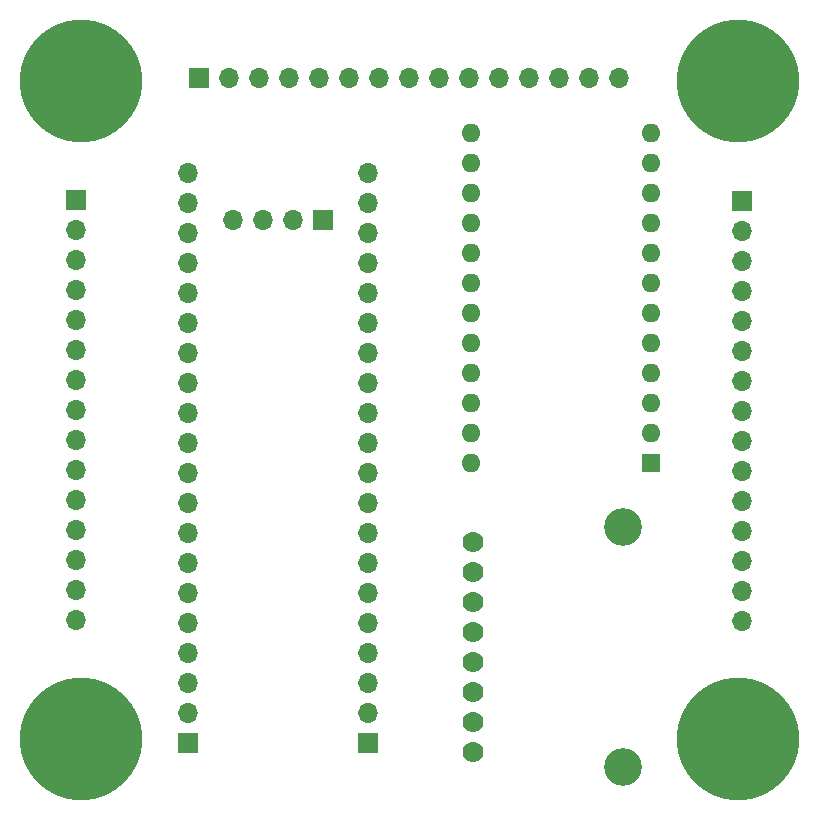
<source format=gbr>
%TF.GenerationSoftware,KiCad,Pcbnew,7.0.7*%
%TF.CreationDate,2024-04-01T01:38:16+05:30*%
%TF.ProjectId,FC_THT_STACK,46435f54-4854-45f5-9354-41434b2e6b69,rev?*%
%TF.SameCoordinates,Original*%
%TF.FileFunction,Soldermask,Bot*%
%TF.FilePolarity,Negative*%
%FSLAX46Y46*%
G04 Gerber Fmt 4.6, Leading zero omitted, Abs format (unit mm)*
G04 Created by KiCad (PCBNEW 7.0.7) date 2024-04-01 01:38:16*
%MOMM*%
%LPD*%
G01*
G04 APERTURE LIST*
%ADD10R,1.700000X1.700000*%
%ADD11O,1.700000X1.700000*%
%ADD12C,10.400000*%
%ADD13C,1.778000*%
%ADD14C,3.200400*%
%ADD15R,1.600000X1.600000*%
%ADD16O,1.600000X1.600000*%
G04 APERTURE END LIST*
D10*
%TO.C,U3*%
X114720000Y-111581000D03*
D11*
X114720000Y-109041000D03*
X114720000Y-106501000D03*
X114720000Y-103961000D03*
X114720000Y-101421000D03*
X114720000Y-98881000D03*
X114720000Y-96341000D03*
X114720000Y-93801000D03*
X114720000Y-91261000D03*
X114720000Y-88721000D03*
X114720000Y-86181000D03*
X114720000Y-83641000D03*
X114720000Y-81101000D03*
X114720000Y-78561000D03*
X114720000Y-76021000D03*
X114720000Y-73481000D03*
X114720000Y-70941000D03*
X114720000Y-68401000D03*
X114720000Y-65861000D03*
X114720000Y-63321000D03*
D10*
X99480000Y-111581000D03*
D11*
X99480000Y-109041000D03*
X99480000Y-106501000D03*
X99480000Y-103961000D03*
X99480000Y-101421000D03*
X99480000Y-98881000D03*
X99480000Y-96341000D03*
X99480000Y-93801000D03*
X99480000Y-91261000D03*
X99480000Y-88721000D03*
X99480000Y-86181000D03*
X99480000Y-83641000D03*
X99480000Y-81101000D03*
X99480000Y-78561000D03*
X99480000Y-76021000D03*
X99480000Y-73481000D03*
X99480000Y-70941000D03*
X99480000Y-68401000D03*
X99480000Y-65861000D03*
X99480000Y-63321000D03*
D10*
X110910000Y-67295000D03*
D11*
X108370000Y-67295000D03*
X105830000Y-67295000D03*
X103290000Y-67295000D03*
%TD*%
D10*
%TO.C,U4*%
X146405600Y-65633600D03*
D11*
X146405600Y-68173600D03*
X146405600Y-70713600D03*
X146405600Y-73253600D03*
X146405600Y-75793600D03*
X146405600Y-78333600D03*
X146405600Y-80873600D03*
X146405600Y-83413600D03*
X146405600Y-85953600D03*
X146405600Y-88493600D03*
X146405600Y-91033600D03*
X146405600Y-93573600D03*
X146405600Y-96113600D03*
X146405600Y-98653600D03*
X146405600Y-101193600D03*
X90005600Y-101163600D03*
X90005600Y-98623600D03*
X90005600Y-96083600D03*
X90005600Y-93543600D03*
X90005600Y-91003600D03*
X90005600Y-88463600D03*
X90005600Y-85923600D03*
X90005600Y-83383600D03*
X90005600Y-80843600D03*
X90005600Y-78303600D03*
X90005600Y-75763600D03*
X90005600Y-73223600D03*
X90005600Y-70683600D03*
X90005600Y-68143600D03*
D10*
X90005600Y-65603600D03*
X100430600Y-55218600D03*
D11*
X102970600Y-55218600D03*
X105510600Y-55218600D03*
X108050600Y-55218600D03*
X110590600Y-55218600D03*
X113130600Y-55218600D03*
X115670600Y-55218600D03*
X118210600Y-55218600D03*
X120750600Y-55218600D03*
X123290600Y-55218600D03*
X125830600Y-55218600D03*
X128370600Y-55218600D03*
X130910600Y-55218600D03*
X133450600Y-55218600D03*
X135990600Y-55218600D03*
D12*
X146005600Y-111218600D03*
X90405600Y-111218600D03*
X90405600Y-55518600D03*
X146005600Y-55533600D03*
%TD*%
D13*
%TO.C,U1*%
X123600000Y-94560000D03*
X123600000Y-97100000D03*
X123600000Y-99640000D03*
X123600000Y-102180000D03*
X123600000Y-104720000D03*
X123600000Y-107260000D03*
X123600000Y-109800000D03*
X123600000Y-112340000D03*
D14*
X136300000Y-113614981D03*
X136300000Y-93290000D03*
%TD*%
D15*
%TO.C,U2*%
X138675000Y-87825000D03*
D16*
X138675000Y-85285000D03*
X138675000Y-82745000D03*
X138675000Y-80205000D03*
X138675000Y-77665000D03*
X138675000Y-75125000D03*
X138675000Y-72585000D03*
X138675000Y-70045000D03*
X138675000Y-67505000D03*
X138675000Y-64965000D03*
X138675000Y-62425000D03*
X138675000Y-59885000D03*
X123435000Y-87825000D03*
X123435000Y-85285000D03*
X123435000Y-82745000D03*
X123435000Y-80205000D03*
X123435000Y-77665000D03*
X123435000Y-75125000D03*
X123435000Y-72585000D03*
X123435000Y-70045000D03*
X123435000Y-67505000D03*
X123435000Y-64965000D03*
X123435000Y-62425000D03*
X123435000Y-59885000D03*
%TD*%
M02*

</source>
